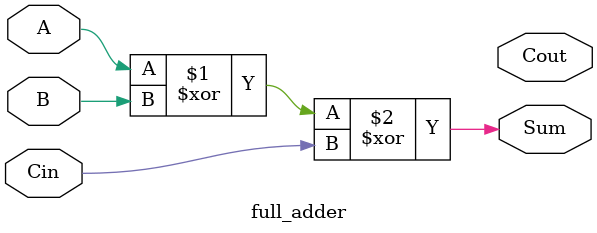
<source format=v>
module full_adder ( 
input A, 
input B, 
input Cin, 
output Sum, 
output Cout 
); 
assign Sum = A ^ B ^ Cin; 
assign C = (A & B) | (B & Cin) | (A & Cin); 
endmodule
</source>
